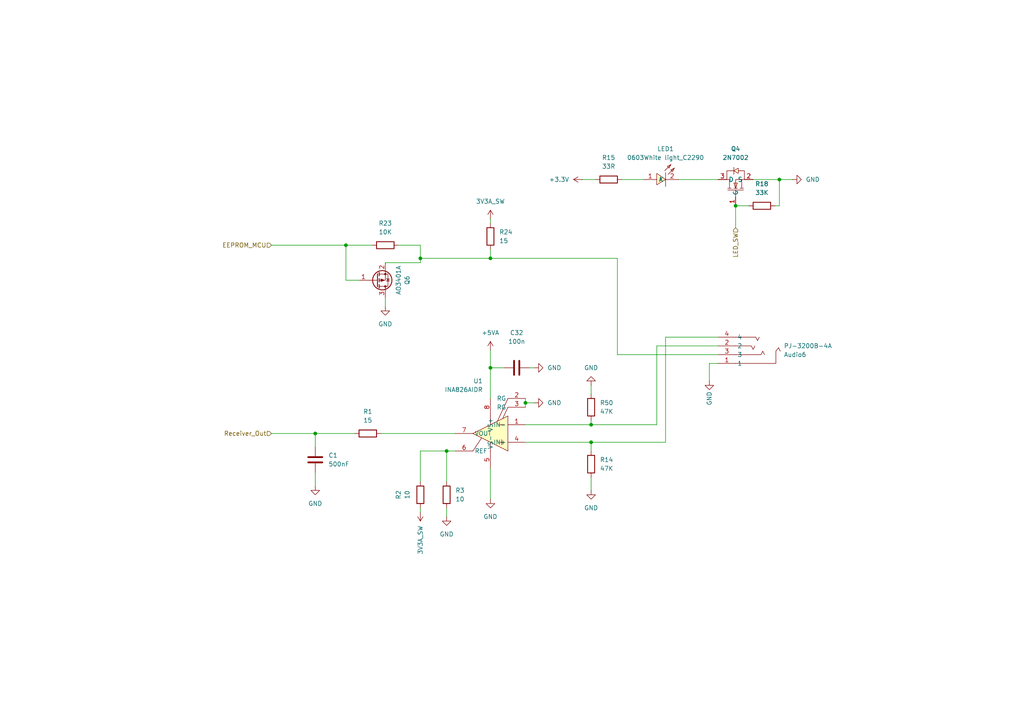
<source format=kicad_sch>
(kicad_sch (version 20231120) (generator "eeschema") (generator_version "8.0")
  (paper "A4")
  (lib_symbols
    (symbol "Device:C" (pin_numbers hide) (pin_names (offset 0.254))
      (property "Reference" "C" (at 0.635 2.54 0))
      (property "Value" "C" (at 0.635 -2.54 0))
      (symbol "C_0_1"
        (polyline (pts (xy -2.032 -0.762) (xy 2.032 -0.762)) (stroke (width 0.508)))
        (polyline (pts (xy -2.032 0.762) (xy 2.032 0.762)) (stroke (width 0.508)))
      )
      (symbol "C_1_1"
        (pin passive line (at 0 3.81 270) (length 2.794) (name "~") (number "1"))
        (pin passive line (at 0 -3.81 90) (length 2.794) (name "~") (number "2"))
      )
    )
    (symbol "Device:R" (pin_numbers hide) (pin_names (offset 0))
      (property "Reference" "R" (at 2.032 0 90))
      (property "Value" "R" (at 0 0 90))
      (symbol "R_0_1"
        (rectangle (start -1.016 -2.54) (end 1.016 2.54) (stroke (width 0.254)))
      )
      (symbol "R_1_1"
        (pin passive line (at 0 3.81 270) (length 1.27) (name "~") (number "1"))
        (pin passive line (at 0 -3.81 90) (length 1.27) (name "~") (number "2"))
      )
    )
    (symbol "Rocketry_Easyeda:0603Whitelight_C2290"
      (property "Reference" "LED" (at 0 3.81 0))
      (property "Value" "0603White light_C2290" (at 0 -6.35 0))
      (symbol "0603Whitelight_C2290_0_1"
        (polyline (pts (xy 1.02 1.27) (xy 2.79 3.05)))
        (polyline (pts (xy 1.27 0.76) (xy 1.27 -3.3)))
        (polyline (pts (xy 2.03 0.25) (xy 3.81 2.03)))
        (polyline (pts (xy -1.27 -2.79) (xy 1.27 -1.27) (xy -1.27 0.51) (xy -1.27 -2.79)) (fill (type background)))
        (polyline (pts (xy 2.79 3.05) (xy 1.78 2.54) (xy 2.29 2.03) (xy 2.79 3.05)) (fill (type background)))
        (polyline (pts (xy 3.81 2.03) (xy 2.79 1.52) (xy 3.3 1.02) (xy 3.81 2.03)) (fill (type background)))
        (pin unspecified line (at -5.08 -1.27 0) (length 3.81) (name "A") (number "1"))
        (pin unspecified line (at 5.08 -1.27 180) (length 3.81) (name "K") (number "2"))
      )
    )
    (symbol "Rocketry_Easyeda:2N7002"
      (property "Reference" "Q" (at 0 10.16 0))
      (property "Value" "2N7002" (at 0 -10.16 0))
      (symbol "2N7002_0_1"
        (polyline (pts (xy -2.54 0) (xy -0.51 0)))
        (polyline (pts (xy -0.51 2.29) (xy -0.51 -2.29)))
        (polyline (pts (xy 0 -2.29) (xy 0 -1.27)))
        (polyline (pts (xy 0 -0.51) (xy 0 0.51)))
        (polyline (pts (xy 0 2.29) (xy 0 1.27)))
        (polyline (pts (xy 2.54 -1.78) (xy 0 -1.78)))
        (polyline (pts (xy 0 0) (xy 1.52 -0.51) (xy 1.52 0.51) (xy 0 0)) (fill (type background)))
        (polyline (pts (xy 5.08 0.51) (xy 4.32 -0.76) (xy 5.84 -0.76) (xy 5.08 0.51)) (fill (type background)))
        (polyline (pts (xy 6.1 0.51) (xy 5.59 0.51) (xy 4.57 0.51) (xy 4.06 0.51)))
        (polyline (pts (xy 0 0) (xy 2.54 0) (xy 2.54 -2.54) (xy 5.08 -2.54) (xy 5.08 -0.76)))
        (polyline (pts (xy 0 1.78) (xy 2.54 1.78) (xy 2.54 2.54) (xy 5.08 2.54) (xy 5.08 0.51)))
        (pin unspecified line (at -5.08 0 0) (length 2.54) (name "G") (number "1"))
        (pin unspecified line (at 2.54 -5.08 90) (length 2.54) (name "S") (number "2"))
        (pin unspecified line (at 2.54 5.08 270) (length 2.54) (name "D") (number "3"))
      )
    )
    (symbol "Rocketry_Easyeda:INA826AIDR"
      (property "Reference" "U" (at 0 13.97 0))
      (property "Value" "INA826AIDR" (at 0 -16.51 0))
      (symbol "INA826AIDR_0_1"
        (polyline (pts (xy -4.06 -3.81) (xy -2.54 -3.81)))
        (polyline (pts (xy -4.06 1.27) (xy -2.54 1.27)))
        (polyline (pts (xy -3.56 3.05) (xy -5.08 6.35)))
        (polyline (pts (xy -3.3 -3.05) (xy -3.3 -4.57)))
        (polyline (pts (xy -2.03 2.29) (xy -5.08 8.89)))
        (polyline (pts (xy 0 -3.81) (xy 0 -6.35)))
        (polyline (pts (xy 0 3.81) (xy 0 1.27)))
        (polyline (pts (xy 2.54 -2.54) (xy 5.08 -6.35)))
        (polyline (pts (xy -5.08 -6.35) (xy 5.08 -1.27) (xy -5.08 3.81) (xy -5.08 -6.35)) (fill (type background)))
        (pin unspecified line (at -10.16 1.27 0) (length 5.08) (name "IN-") (number "1"))
        (pin unspecified line (at -10.16 8.89 0) (length 5.08) (name "RG") (number "2"))
        (pin unspecified line (at -10.16 6.35 0) (length 5.08) (name "RG") (number "3"))
        (pin unspecified line (at -10.16 -3.81 0) (length 5.08) (name "IN+") (number "4"))
        (pin power_in line (at 0 -11.43 90) (length 5.08) (name "VS-") (number "5"))
        (pin unspecified line (at 10.16 -6.35 180) (length 5.08) (name "REF") (number "6"))
        (pin output line (at 10.16 -1.27 180) (length 5.08) (name "VOUT") (number "7"))
        (pin power_in line (at 0 8.89 270) (length 5.08) (name "VS+") (number "8"))
      )
    )
    (symbol "Rocketry_Easyeda:PJ-3200B-4A"
      (property "Reference" "Audio" (at 0 7.62 0))
      (property "Value" "PJ-3200B-4A" (at 0 -10.16 0))
      (symbol "PJ-3200B-4A_0_1"
        (polyline (pts (xy 3.81 -5.08) (xy -2.03 -5.08) (xy -2.54 -4.06) (xy -3.05 -5.08)))
        (polyline (pts (xy 3.81 -2.54) (xy -0.76 -2.54) (xy -1.27 -1.52) (xy -1.78 -2.54)))
        (polyline (pts (xy 3.81 0) (xy -3.56 0) (xy -4.06 -1.02) (xy -4.57 0)))
        (polyline (pts (xy 3.81 2.54) (xy -7.87 2.54) (xy -7.87 -1.02) (xy -8.64 -2.03) (xy -9.14 -1.02)))
        (pin unspecified line (at 8.89 2.54 180) (length 5.08) (name "1") (number "1"))
        (pin unspecified line (at 8.89 -2.54 180) (length 5.08) (name "2") (number "2"))
        (pin unspecified line (at 8.89 0 180) (length 5.08) (name "3") (number "3"))
        (pin unspecified line (at 8.89 -5.08 180) (length 5.08) (name "4") (number "4"))
      )
    )
    (symbol "Transistor_FET:AO3401A" (pin_names hide)
      (property "Reference" "Q" (at 5.08 1.905 0))
      (property "Value" "AO3401A" (at 5.08 0 0))
      (symbol "AO3401A_0_1"
        (polyline (pts (xy 0.254 0) (xy -2.54 0)))
        (polyline (pts (xy 0.254 1.905) (xy 0.254 -1.905)) (stroke (width 0.254)))
        (polyline (pts (xy 0.762 -1.27) (xy 0.762 -2.286)) (stroke (width 0.254)))
        (polyline (pts (xy 0.762 0.508) (xy 0.762 -0.508)) (stroke (width 0.254)))
        (polyline (pts (xy 0.762 2.286) (xy 0.762 1.27)) (stroke (width 0.254)))
        (polyline (pts (xy 2.54 2.54) (xy 2.54 1.778)))
        (polyline (pts (xy 2.54 -2.54) (xy 2.54 0) (xy 0.762 0)))
        (polyline (pts (xy 0.762 1.778) (xy 3.302 1.778) (xy 3.302 -1.778) (xy 0.762 -1.778)))
        (polyline (pts (xy 2.286 0) (xy 1.27 0.381) (xy 1.27 -0.381) (xy 2.286 0)) (fill (type outline)))
        (polyline (pts (xy 2.794 -0.508) (xy 2.921 -0.381) (xy 3.683 -0.381) (xy 3.81 -0.254)))
        (polyline (pts (xy 3.302 -0.381) (xy 2.921 0.254) (xy 3.683 0.254) (xy 3.302 -0.381)))
        (circle (center 1.651 0) (radius 2.794) (stroke (width 0.254)))
        (circle (center 2.54 -1.778) (radius 0.254) (fill (type outline)))
        (circle (center 2.54 1.778) (radius 0.254) (fill (type outline)))
      )
      (symbol "AO3401A_1_1"
        (pin input line (at -5.08 0 0) (length 2.54) (name "G") (number "1"))
        (pin passive line (at 2.54 -5.08 90) (length 2.54) (name "S") (number "2"))
        (pin passive line (at 2.54 5.08 270) (length 2.54) (name "D") (number "3"))
      )
    )
    (symbol "power:+3.3V" (power) (pin_numbers hide) (pin_names (offset 0) hide)
      (property "Value" "+3.3V" (at 0 3.556 0))
      (symbol "+3.3V_0_1"
        (polyline (pts (xy -0.762 1.27) (xy 0 2.54)))
        (polyline (pts (xy 0 0) (xy 0 2.54)))
        (polyline (pts (xy 0 2.54) (xy 0.762 1.27)))
      )
      (symbol "+3.3V_1_1"
        (pin power_in line (at 0 0 90) (length 0) (name "~") (number "1"))
      )
    )
    (symbol "power:+3.3VA" (power) (pin_numbers hide) (pin_names (offset 0) hide)
      (property "Value" "+3.3VA" (at 0 3.556 0))
      (symbol "+3.3VA_0_1"
        (polyline (pts (xy -0.762 1.27) (xy 0 2.54)))
        (polyline (pts (xy 0 0) (xy 0 2.54)))
        (polyline (pts (xy 0 2.54) (xy 0.762 1.27)))
      )
      (symbol "+3.3VA_1_1"
        (pin power_in line (at 0 0 90) (length 0) (name "~") (number "1"))
      )
    )
    (symbol "power:+5V" (power) (pin_numbers hide) (pin_names (offset 0) hide)
      (property "Value" "+5V" (at 0 3.556 0))
      (symbol "+5V_0_1"
        (polyline (pts (xy -0.762 1.27) (xy 0 2.54)))
        (polyline (pts (xy 0 0) (xy 0 2.54)))
        (polyline (pts (xy 0 2.54) (xy 0.762 1.27)))
      )
      (symbol "+5V_1_1"
        (pin power_in line (at 0 0 90) (length 0) (name "~") (number "1"))
      )
    )
    (symbol "power:GND" (power) (pin_numbers hide) (pin_names (offset 0) hide)
      (property "Value" "GND" (at 0 -3.81 0))
      (symbol "GND_0_1"
        (polyline (pts (xy 0 0) (xy 0 -1.27) (xy 1.27 -1.27) (xy 0 -2.54) (xy -1.27 -1.27) (xy 0 -1.27)))
      )
      (symbol "GND_1_1"
        (pin power_in line (at 0 0 270) (length 0) (name "~") (number "1"))
      )
    )
  )
  (junction (at 129.54 130.81))
  (junction (at 100.33 71.12))
  (junction (at 171.45 128.27))
  (junction (at 213.36 59.69))
  (junction (at 142.24 106.68))
  (junction (at 226.06 52.07))
  (junction (at 171.45 123.19))
  (junction (at 142.24 74.93))
  (junction (at 152.4 116.84))
  (junction (at 121.92 74.93))
  (junction (at 91.44 125.73))
  (wire (pts (xy 171.45 128.27) (xy 193.04 128.27)))
  (wire (pts (xy 78.74 125.73) (xy 91.44 125.73)))
  (wire (pts (xy 142.24 63.5) (xy 142.24 64.77)))
  (wire (pts (xy 153.67 106.68) (xy 154.94 106.68)))
  (wire (pts (xy 193.04 97.79) (xy 193.04 128.27)))
  (wire (pts (xy 91.44 125.73) (xy 102.87 125.73)))
  (wire (pts (xy 142.24 74.93) (xy 179.07 74.93)))
  (wire (pts (xy 100.33 71.12) (xy 100.33 81.28)))
  (wire (pts (xy 121.92 148.59) (xy 121.92 147.32)))
  (wire (pts (xy 226.06 59.69) (xy 226.06 52.07)))
  (wire (pts (xy 205.74 105.41) (xy 205.74 110.49)))
  (wire (pts (xy 190.5 100.33) (xy 190.5 123.19)))
  (wire (pts (xy 121.92 74.93) (xy 121.92 76.2)))
  (wire (pts (xy 111.76 76.2) (xy 121.92 76.2)))
  (wire (pts (xy 168.91 52.07) (xy 172.72 52.07)))
  (wire (pts (xy 142.24 135.89) (xy 142.24 144.78)))
  (wire (pts (xy 121.92 74.93) (xy 142.24 74.93)))
  (wire (pts (xy 142.24 106.68) (xy 142.24 115.57)))
  (wire (pts (xy 91.44 129.54) (xy 91.44 125.73)))
  (wire (pts (xy 107.95 71.12) (xy 100.33 71.12)))
  (wire (pts (xy 180.34 52.07) (xy 186.69 52.07)))
  (wire (pts (xy 213.36 59.69) (xy 217.17 59.69)))
  (wire (pts (xy 179.07 102.87) (xy 208.28 102.87)))
  (wire (pts (xy 111.76 86.36) (xy 111.76 88.9)))
  (wire (pts (xy 152.4 118.11) (xy 152.4 116.84)))
  (wire (pts (xy 142.24 101.6) (xy 142.24 106.68)))
  (wire (pts (xy 179.07 74.93) (xy 179.07 102.87)))
  (wire (pts (xy 171.45 138.43) (xy 171.45 142.24)))
  (wire (pts (xy 121.92 130.81) (xy 121.92 139.7)))
  (wire (pts (xy 213.36 59.69) (xy 213.36 66.04)))
  (wire (pts (xy 129.54 130.81) (xy 129.54 139.7)))
  (wire (pts (xy 190.5 100.33) (xy 208.28 100.33)))
  (wire (pts (xy 152.4 116.84) (xy 154.94 116.84)))
  (wire (pts (xy 226.06 52.07) (xy 229.87 52.07)))
  (wire (pts (xy 152.4 123.19) (xy 171.45 123.19)))
  (wire (pts (xy 224.79 59.69) (xy 226.06 59.69)))
  (wire (pts (xy 142.24 72.39) (xy 142.24 74.93)))
  (wire (pts (xy 171.45 128.27) (xy 171.45 130.81)))
  (wire (pts (xy 129.54 130.81) (xy 132.08 130.81)))
  (wire (pts (xy 91.44 137.16) (xy 91.44 140.97)))
  (wire (pts (xy 152.4 115.57) (xy 152.4 116.84)))
  (wire (pts (xy 121.92 71.12) (xy 115.57 71.12)))
  (wire (pts (xy 104.14 81.28) (xy 100.33 81.28)))
  (wire (pts (xy 121.92 130.81) (xy 129.54 130.81)))
  (wire (pts (xy 171.45 111.76) (xy 171.45 114.3)))
  (wire (pts (xy 129.54 147.32) (xy 129.54 149.86)))
  (wire (pts (xy 121.92 71.12) (xy 121.92 74.93)))
  (wire (pts (xy 132.08 125.73) (xy 110.49 125.73)))
  (wire (pts (xy 152.4 128.27) (xy 171.45 128.27)))
  (wire (pts (xy 193.04 97.79) (xy 208.28 97.79)))
  (wire (pts (xy 146.05 106.68) (xy 142.24 106.68)))
  (wire (pts (xy 196.85 52.07) (xy 208.28 52.07)))
  (wire (pts (xy 218.44 52.07) (xy 226.06 52.07)))
  (wire (pts (xy 171.45 121.92) (xy 171.45 123.19)))
  (wire (pts (xy 205.74 105.41) (xy 208.28 105.41)))
  (wire (pts (xy 171.45 123.19) (xy 190.5 123.19)))
  (wire (pts (xy 78.74 71.12) (xy 100.33 71.12)))
  (hierarchical_label "EEPROM_MCU" (shape input) (at 78.74 71.12 180))
  (hierarchical_label "LED_SW" (shape input) (at 213.36 66.04 270))
  (hierarchical_label "Receiver_Out" (shape input) (at 78.74 125.73 180))
  (symbol (lib_id "power:GND") (at 171.45 142.24 0) (unit 1)
    (property "Reference" "#PWR0116" (effects (hide yes)))
    (property "Value" "GND" (at 171.45 147.32 0))
    (property "Description" "Power symbol creates a global label with name \"GND\" , ground" (effects (hide yes)))
    (instances (project "SG_PCB_V3_1" (path "" (reference "#PWR0116") (unit 1)) (path "" (reference "#PWR0117") (unit 1)) (path "" (reference "#PWR0119") (unit 1)) (path "" (reference "#PWR0118") (unit 1))))
  )
  (symbol (lib_id "power:GND") (at 154.94 116.84 90) (unit 1)
    (property "Reference" "#PWR06" (effects (hide yes)))
    (property "Value" "GND" (at 158.75 116.8399 90) (effects (justify right)))
    (property "Description" "Power symbol creates a global label with name \"GND\" , ground" (effects (hide yes)))
    (instances (project "SG_PCB_V3_1" (path "" (reference "#PWR06") (unit 1)) (path "" (reference "#PWR078") (unit 1)) (path "" (reference "#PWR0100") (unit 1)) (path "" (reference "#PWR089") (unit 1))))
  )
  (symbol (lib_id "Device:R") (at 129.54 143.51 0) (mirror y) (unit 1)
    (property "Reference" "R3" (at 132.08 142.2399 0) (effects (justify right)))
    (property "Value" "10" (at 132.08 144.7799 0) (effects (justify right)))
    (property "Description" "Resistor" (effects (hide yes)))
    (instances (project "SG_PCB_V3_1" (path "" (reference "R3") (unit 1)) (path "" (reference "R28") (unit 1)) (path "" (reference "R42") (unit 1)) (path "" (reference "R35") (unit 1))))
  )
  (symbol (lib_id "Rocketry_Easyeda:2N7002") (at 213.36 54.61 90) (unit 1)
    (property "Reference" "Q4" (at 213.36 43.18 90))
    (property "Value" "2N7002" (at 213.36 45.72 90))
    (property "Footprint" "Rocketry_Easyeda:SOT-23-3_L2.9-W1.3-P1.90-LS2.4-BR" (effects (hide yes)))
    (property "Datasheet" "https://lcsc.com/product-detail/MOSFET_2N7002-7002_C8545.html" (effects (hide yes)))
    (property "LCSC Part" "C8545" (effects (hide yes)))
    (instances (project "SG_PCB_V3_1" (path "" (reference "Q4") (unit 1)) (path "" (reference "Q8") (unit 1)) (path "" (reference "Q12") (unit 1)) (path "" (reference "Q10") (unit 1))))
  )
  (symbol (lib_id "Rocketry_Easyeda:PJ-3200B-4A") (at 217.17 102.87 180) (unit 1)
    (property "Reference" "Audio6" (at 227.33 102.8701 0) (effects (justify right)))
    (property "Value" "PJ-3200B-4A" (at 227.33 100.3301 0) (effects (justify right)))
    (property "Footprint" "Rocketry_Easyeda:AUDIO-TH_PJ-3200B-4A" (effects (hide yes)))
    (property "Datasheet" "https://lcsc.com/product-detail/Audio-Connectors_PJ-3200B-4A_C136687.html" (effects (hide yes)))
    (property "LCSC Part" "C136687" (effects (hide yes)))
    (instances (project "SG_PCB_V3_1" (path "" (reference "Audio6") (unit 1)) (path "" (reference "Audio1") (unit 1)) (path "" (reference "Audio4") (unit 1)) (path "" (reference "Audio3") (unit 1))))
  )
  (symbol (lib_id "Device:R") (at 220.98 59.69 90) (unit 1)
    (property "Reference" "R18" (at 220.98 53.34 90))
    (property "Value" "33K" (at 220.98 55.88 90))
    (property "Footprint" "Resistor_SMD:R_0402_1005Metric" (effects (hide yes)))
    (property "Description" "Resistor" (effects (hide yes)))
    (instances (project "SG_PCB_V3_1" (path "" (reference "R18") (unit 1)) (path "" (reference "R31") (unit 1)) (path "" (reference "R45") (unit 1)) (path "" (reference "R38") (unit 1))))
  )
  (symbol (lib_id "Rocketry_Easyeda:INA826AIDR") (at 142.24 124.46 0) (mirror y) (unit 1)
    (property "Reference" "U1" (at 140.0459 110.49 0) (effects (justify left)))
    (property "Value" "INA826AIDR" (at 140.0459 113.03 0) (effects (justify left)))
    (property "Footprint" "Rocketry_Easyeda:SOIC-8_L4.9-W3.9-P1.27-LS6.0-BL" (effects (hide yes)))
    (property "Datasheet" "https://lcsc.com/product-detail/Instrumentation-OpAmps_TI_INA826AIDR_INA826AIDR_C38433.html" (effects (hide yes)))
    (property "LCSC Part" "C38433" (effects (hide yes)))
    (instances (project "SG_PCB_V3_1" (path "" (reference "U1") (unit 1)) (path "" (reference "U9") (unit 1)) (path "" (reference "U11") (unit 1)) (path "" (reference "U10") (unit 1))))
  )
  (symbol (lib_id "power:GND") (at 111.76 88.9 0) (mirror y) (unit 1)
    (property "Reference" "#PWR072" (effects (hide yes)))
    (property "Value" "GND" (at 111.76 93.98 0))
    (property "Description" "Power symbol creates a global label with name \"GND\" , ground" (effects (hide yes)))
    (instances (project "SG_PCB_V3_1" (path "" (reference "#PWR072") (unit 1)) (path "" (reference "#PWR069") (unit 1)) (path "" (reference "#PWR094") (unit 1)) (path "" (reference "#PWR083") (unit 1))))
  )
  (symbol (lib_id "Device:R") (at 106.68 125.73 90) (mirror x) (unit 1)
    (property "Reference" "R1" (at 106.68 119.38 90))
    (property "Value" "15" (at 106.68 121.92 90))
    (property "Description" "Resistor" (effects (hide yes)))
    (instances (project "SG_PCB_V3_1" (path "" (reference "R1") (unit 1)) (path "" (reference "R25") (unit 1)) (path "" (reference "R39") (unit 1)) (path "" (reference "R32") (unit 1))))
  )
  (symbol (lib_id "power:+3.3V") (at 121.92 148.59 180) (unit 1)
    (property "Reference" "#PWR02" (effects (hide yes)))
    (property "Value" "3V3A_SW" (at 121.9199 152.4 90) (effects (justify left)))
    (property "Description" "Power symbol creates a global label with name \"+3.3V\"" (effects (hide yes)))
    (instances (project "SG_PCB_V3_1" (path "" (reference "#PWR02") (unit 1)) (path "" (reference "#PWR070") (unit 1)) (path "" (reference "#PWR095") (unit 1)) (path "" (reference "#PWR084") (unit 1))))
  )
  (symbol (lib_id "power:GND") (at 129.54 149.86 0) (unit 1)
    (property "Reference" "#PWR03" (effects (hide yes)))
    (property "Value" "GND" (at 129.54 154.94 0))
    (property "Description" "Power symbol creates a global label with name \"GND\" , ground" (effects (hide yes)))
    (instances (project "SG_PCB_V3_1" (path "" (reference "#PWR03") (unit 1)) (path "" (reference "#PWR071") (unit 1)) (path "" (reference "#PWR096") (unit 1)) (path "" (reference "#PWR085") (unit 1))))
  )
  (symbol (lib_id "power:+5V") (at 142.24 101.6 0) (unit 1)
    (property "Reference" "#PWR04" (effects (hide yes)))
    (property "Value" "+5VA" (at 142.24 96.52 0))
    (property "Description" "Power symbol creates a global label with name \"+5V\"" (effects (hide yes)))
    (instances (project "SG_PCB_V3_1" (path "" (reference "#PWR04") (unit 1)) (path "" (reference "#PWR076") (unit 1)) (path "" (reference "#PWR098") (unit 1)) (path "" (reference "#PWR087") (unit 1))))
  )
  (symbol (lib_id "power:GND") (at 154.94 106.68 90) (unit 1)
    (property "Reference" "#PWR0108" (effects (hide yes)))
    (property "Value" "GND" (at 158.75 106.6799 90) (effects (justify right)))
    (property "Description" "Power symbol creates a global label with name \"GND\" , ground" (effects (hide yes)))
    (instances (project "SG_PCB_V3_1" (path "" (reference "#PWR0108") (unit 1)) (path "" (reference "#PWR0109") (unit 1)) (path "" (reference "#PWR0111") (unit 1)) (path "" (reference "#PWR0110") (unit 1))))
  )
  (symbol (lib_id "Device:R") (at 171.45 118.11 0) (mirror y) (unit 1)
    (property "Reference" "R50" (at 173.99 116.8399 0) (effects (justify right)))
    (property "Value" "47K" (at 173.99 119.3799 0) (effects (justify right)))
    (property "Description" "Resistor" (effects (hide yes)))
    (instances (project "SG_PCB_V3_1" (path "" (reference "R50") (unit 1)) (path "" (reference "R51") (unit 1)) (path "" (reference "R53") (unit 1)) (path "" (reference "R52") (unit 1))))
  )
  (symbol (lib_id "power:GND") (at 91.44 140.97 0) (unit 1)
    (property "Reference" "#PWR01" (effects (hide yes)))
    (property "Value" "GND" (at 91.44 146.05 0))
    (property "Description" "Power symbol creates a global label with name \"GND\" , ground" (effects (hide yes)))
    (instances (project "SG_PCB_V3_1" (path "" (reference "#PWR01") (unit 1)) (path "" (reference "#PWR066") (unit 1)) (path "" (reference "#PWR093") (unit 1)) (path "" (reference "#PWR082") (unit 1))))
  )
  (symbol (lib_id "Transistor_FET:AO3401A") (at 109.22 81.28 0) (mirror x) (unit 1)
    (property "Reference" "Q6" (at 118.11 81.28 90))
    (property "Value" "AO3401A" (at 115.57 81.28 90))
    (property "Footprint" "Package_TO_SOT_SMD:SOT-23" (effects (hide yes)))
    (property "Datasheet" "http://www.aosmd.com/pdfs/datasheet/AO3401A.pdf" (effects (hide yes)))
    (property "Description" "-4.0A Id, -30V Vds, P-Channel MOSFET, SOT-23" (effects (hide yes)))
    (instances (project "SG_PCB_V3_1" (path "" (reference "Q6") (unit 1)) (path "" (reference "Q7") (unit 1)) (path "" (reference "Q11") (unit 1)) (path "" (reference "Q9") (unit 1))))
  )
  (symbol (lib_id "Device:R") (at 171.45 134.62 0) (mirror y) (unit 1)
    (property "Reference" "R14" (at 173.99 133.3499 0) (effects (justify right)))
    (property "Value" "47K" (at 173.99 135.8899 0) (effects (justify right)))
    (property "Description" "Resistor" (effects (hide yes)))
    (instances (project "SG_PCB_V3_1" (path "" (reference "R14") (unit 1)) (path "" (reference "R16") (unit 1)) (path "" (reference "R19") (unit 1)) (path "" (reference "R17") (unit 1))))
  )
  (symbol (lib_id "power:GND") (at 229.87 52.07 90) (unit 1)
    (property "Reference" "#PWR065" (effects (hide yes)))
    (property "Value" "GND" (at 233.68 52.0699 90) (effects (justify right)))
    (property "Description" "Power symbol creates a global label with name \"GND\" , ground" (effects (hide yes)))
    (instances (project "SG_PCB_V3_1" (path "" (reference "#PWR065") (unit 1)) (path "" (reference "#PWR081") (unit 1)) (path "" (reference "#PWR0103") (unit 1)) (path "" (reference "#PWR092") (unit 1))))
  )
  (symbol (lib_id "power:+3.3VA") (at 142.24 63.5 0) (unit 1)
    (property "Reference" "#PWR073" (effects (hide yes)))
    (property "Value" "3V3A_SW" (at 142.24 58.42 0))
    (property "Description" "Power symbol creates a global label with name \"+3.3VA\"" (effects (hide yes)))
    (instances (project "SG_PCB_V3_1" (path "" (reference "#PWR073") (unit 1)) (path "" (reference "#PWR075") (unit 1)) (path "" (reference "#PWR097") (unit 1)) (path "" (reference "#PWR086") (unit 1))))
  )
  (symbol (lib_id "Device:C") (at 91.44 133.35 0) (unit 1)
    (property "Reference" "C1" (at 95.25 132.0799 0) (effects (justify left)))
    (property "Value" "500nF" (at 95.25 134.6199 0) (effects (justify left)))
    (property "Description" "Unpolarized capacitor" (effects (hide yes)))
    (instances (project "SG_PCB_V3_1" (path "" (reference "C1") (unit 1)) (path "" (reference "C23") (unit 1)) (path "" (reference "C28") (unit 1)) (path "" (reference "C27") (unit 1))))
  )
  (symbol (lib_id "power:+3.3V") (at 168.91 52.07 90) (unit 1)
    (property "Reference" "#PWR057" (effects (hide yes)))
    (property "Value" "+3.3V" (at 165.1 52.0699 90) (effects (justify left)))
    (property "Description" "Power symbol creates a global label with name \"+3.3V\"" (effects (hide yes)))
    (instances (project "SG_PCB_V3_1" (path "" (reference "#PWR057") (unit 1)) (path "" (reference "#PWR079") (unit 1)) (path "" (reference "#PWR0101") (unit 1)) (path "" (reference "#PWR090") (unit 1))))
  )
  (symbol (lib_id "power:GND") (at 171.45 111.76 180) (unit 1)
    (property "Reference" "#PWR0112" (effects (hide yes)))
    (property "Value" "GND" (at 171.45 106.68 0))
    (property "Description" "Power symbol creates a global label with name \"GND\" , ground" (effects (hide yes)))
    (instances (project "SG_PCB_V3_1" (path "" (reference "#PWR0112") (unit 1)) (path "" (reference "#PWR0113") (unit 1)) (path "" (reference "#PWR0115") (unit 1)) (path "" (reference "#PWR0114") (unit 1))))
  )
  (symbol (lib_id "Device:R") (at 142.24 68.58 0) (mirror y) (unit 1)
    (property "Reference" "R24" (at 144.78 67.3099 0) (effects (justify right)))
    (property "Value" "15" (at 144.78 69.8499 0) (effects (justify right)))
    (property "Description" "Resistor" (effects (hide yes)))
    (instances (project "SG_PCB_V3_1" (path "" (reference "R24") (unit 1)) (path "" (reference "R29") (unit 1)) (path "" (reference "R43") (unit 1)) (path "" (reference "R36") (unit 1))))
  )
  (symbol (lib_id "Device:R") (at 121.92 143.51 0) (mirror y) (unit 1)
    (property "Reference" "R2" (at 115.57 143.51 90))
    (property "Value" "10" (at 118.11 143.51 90))
    (property "Description" "Resistor" (effects (hide yes)))
    (instances (project "SG_PCB_V3_1" (path "" (reference "R2") (unit 1)) (path "" (reference "R27") (unit 1)) (path "" (reference "R41") (unit 1)) (path "" (reference "R34") (unit 1))))
  )
  (symbol (lib_id "Device:R") (at 111.76 71.12 270) (mirror x) (unit 1)
    (property "Reference" "R23" (at 111.76 64.77 90))
    (property "Value" "10K" (at 111.76 67.31 90))
    (property "Description" "Resistor" (effects (hide yes)))
    (instances (project "SG_PCB_V3_1" (path "" (reference "R23") (unit 1)) (path "" (reference "R26") (unit 1)) (path "" (reference "R40") (unit 1)) (path "" (reference "R33") (unit 1))))
  )
  (symbol (lib_id "Device:R") (at 176.53 52.07 90) (unit 1)
    (property "Reference" "R15" (at 176.53 45.72 90))
    (property "Value" "33R" (at 176.53 48.26 90))
    (property "Footprint" "Resistor_SMD:R_0402_1005Metric" (effects (hide yes)))
    (property "Description" "Resistor" (effects (hide yes)))
    (instances (project "SG_PCB_V3_1" (path "" (reference "R15") (unit 1)) (path "" (reference "R30") (unit 1)) (path "" (reference "R44") (unit 1)) (path "" (reference "R37") (unit 1))))
  )
  (symbol (lib_id "power:GND") (at 142.24 144.78 0) (unit 1)
    (property "Reference" "#PWR05" (effects (hide yes)))
    (property "Value" "GND" (at 142.24 149.86 0))
    (property "Description" "Power symbol creates a global label with name \"GND\" , ground" (effects (hide yes)))
    (instances (project "SG_PCB_V3_1" (path "" (reference "#PWR05") (unit 1)) (path "" (reference "#PWR077") (unit 1)) (path "" (reference "#PWR099") (unit 1)) (path "" (reference "#PWR088") (unit 1))))
  )
  (symbol (lib_id "Rocketry_Easyeda:0603Whitelight_C2290") (at 191.77 50.8 0) (unit 1)
    (property "Reference" "LED1" (at 193.04 43.18 0))
    (property "Value" "0603White light_C2290" (at 193.04 45.72 0))
    (property "Footprint" "Rocketry_Easyeda:LED0603-R-RD_WHITE" (effects (hide yes)))
    (property "Datasheet" "https://lcsc.com/product-detail/Light-Emitting-Diodes-LED_0603White-light_C2290.html" (effects (hide yes)))
    (property "LCSC Part" "C2290" (effects (hide yes)))
    (instances (project "SG_PCB_V3_1" (path "" (reference "LED1") (unit 1)) (path "" (reference "LED2") (unit 1)) (path "" (reference "LED4") (unit 1)) (path "" (reference "LED3") (unit 1))))
  )
  (symbol (lib_id "Device:C") (at 149.86 106.68 270) (unit 1)
    (property "Reference" "C32" (at 149.86 96.52 90))
    (property "Value" "100n" (at 149.86 99.06 90))
    (property "Description" "Unpolarized capacitor" (effects (hide yes)))
    (instances (project "" (path "" (reference "C32") (unit 1)) (path "" (reference "C33") (unit 1)) (path "" (reference "C35") (unit 1)) (path "" (reference "C34") (unit 1))))
  )
  (symbol (lib_id "power:GND") (at 205.74 110.49 0) (mirror y) (unit 1)
    (property "Reference" "#PWR074" (effects (hide yes)))
    (property "Value" "GND" (at 205.74 115.57 90))
    (property "Description" "Power symbol creates a global label with name \"GND\" , ground" (effects (hide yes)))
    (instances (project "SG_PCB_V3_1" (path "" (reference "#PWR074") (unit 1)) (path "" (reference "#PWR080") (unit 1)) (path "" (reference "#PWR0102") (unit 1)) (path "" (reference "#PWR091") (unit 1))))
  )
)
</source>
